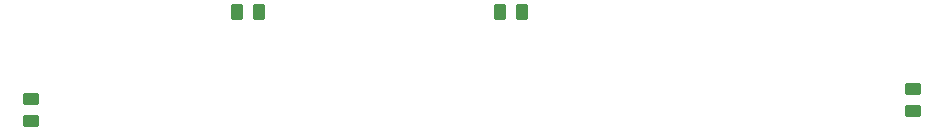
<source format=gbr>
%TF.GenerationSoftware,KiCad,Pcbnew,(7.0.0)*%
%TF.CreationDate,2023-12-04T19:22:37-08:00*%
%TF.ProjectId,Top_Board,546f705f-426f-4617-9264-2e6b69636164,0*%
%TF.SameCoordinates,Original*%
%TF.FileFunction,Paste,Bot*%
%TF.FilePolarity,Positive*%
%FSLAX46Y46*%
G04 Gerber Fmt 4.6, Leading zero omitted, Abs format (unit mm)*
G04 Created by KiCad (PCBNEW (7.0.0)) date 2023-12-04 19:22:37*
%MOMM*%
%LPD*%
G01*
G04 APERTURE LIST*
G04 Aperture macros list*
%AMRoundRect*
0 Rectangle with rounded corners*
0 $1 Rounding radius*
0 $2 $3 $4 $5 $6 $7 $8 $9 X,Y pos of 4 corners*
0 Add a 4 corners polygon primitive as box body*
4,1,4,$2,$3,$4,$5,$6,$7,$8,$9,$2,$3,0*
0 Add four circle primitives for the rounded corners*
1,1,$1+$1,$2,$3*
1,1,$1+$1,$4,$5*
1,1,$1+$1,$6,$7*
1,1,$1+$1,$8,$9*
0 Add four rect primitives between the rounded corners*
20,1,$1+$1,$2,$3,$4,$5,0*
20,1,$1+$1,$4,$5,$6,$7,0*
20,1,$1+$1,$6,$7,$8,$9,0*
20,1,$1+$1,$8,$9,$2,$3,0*%
G04 Aperture macros list end*
%ADD10RoundRect,0.250000X-0.450000X0.262500X-0.450000X-0.262500X0.450000X-0.262500X0.450000X0.262500X0*%
%ADD11RoundRect,0.250000X-0.262500X-0.450000X0.262500X-0.450000X0.262500X0.450000X-0.262500X0.450000X0*%
G04 APERTURE END LIST*
D10*
%TO.C,R4*%
X115570000Y-89107000D03*
X115570000Y-90932000D03*
%TD*%
D11*
%TO.C,R7*%
X133072500Y-81686400D03*
X134897500Y-81686400D03*
%TD*%
D10*
%TO.C,R1*%
X190246000Y-88241500D03*
X190246000Y-90066500D03*
%TD*%
D11*
%TO.C,R5*%
X155322900Y-81686400D03*
X157147900Y-81686400D03*
%TD*%
M02*

</source>
